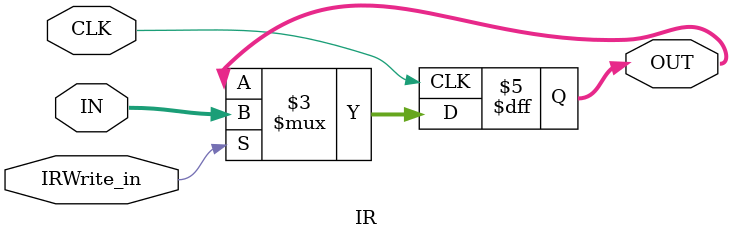
<source format=v>
`timescale 1ns / 1ps


module IR(
    input IRWrite_in,
    input [31:0] IN,
    output reg[31:0] OUT,
    input CLK
    );
    always @(negedge CLK) 
    begin
        if(IRWrite_in)
            OUT = IN;
    end
endmodule

</source>
